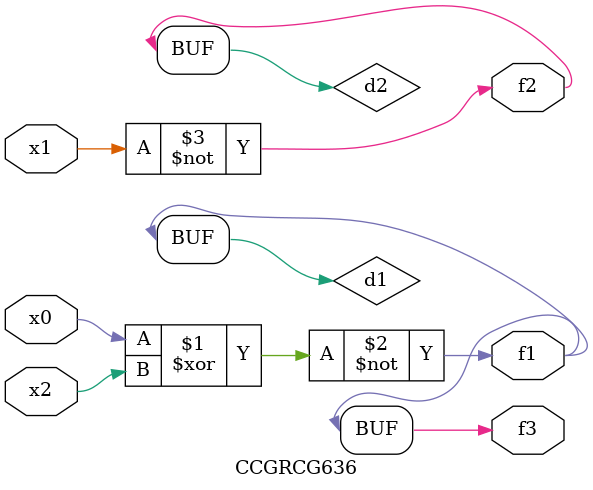
<source format=v>
module CCGRCG636(
	input x0, x1, x2,
	output f1, f2, f3
);

	wire d1, d2, d3;

	xnor (d1, x0, x2);
	nand (d2, x1);
	nor (d3, x1, x2);
	assign f1 = d1;
	assign f2 = d2;
	assign f3 = d1;
endmodule

</source>
